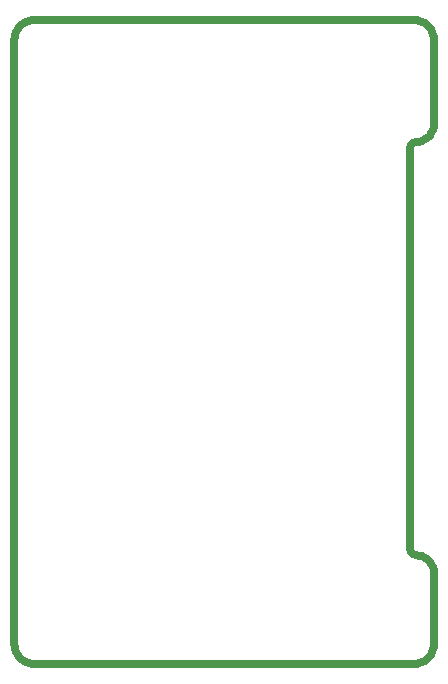
<source format=gbr>
G04*
G04 #@! TF.GenerationSoftware,Altium Limited,Altium Designer,24.1.2 (44)*
G04*
G04 Layer_Color=16711935*
%FSLAX44Y44*%
%MOMM*%
G71*
G04*
G04 #@! TF.SameCoordinates,1B47F422-010E-43AE-BF46-818BA779A623*
G04*
G04*
G04 #@! TF.FilePolarity,Positive*
G04*
G01*
G75*
%ADD53C,0.6440*%
D53*
X349968Y451758D02*
X349999Y451727D01*
X12000Y540000D02*
X9581Y539827D01*
X7211Y539311D01*
X4938Y538464D01*
X2809Y537301D01*
X867Y535848D01*
X-848Y534133D01*
X-2301Y532191D01*
X-3464Y530062D01*
X-4311Y527789D01*
X-4827Y525419D01*
X-5000Y523000D01*
X349988Y72599D02*
X349978Y72590D01*
X350000Y523000D02*
X349827Y525419D01*
X349312Y527789D01*
X348464Y530062D01*
X347302Y532191D01*
X345848Y534133D01*
X344133Y535848D01*
X342191Y537301D01*
X340062Y538464D01*
X337790Y539311D01*
X335420Y539827D01*
X333000Y540000D01*
Y-5000D02*
X335420Y-4827D01*
X337790Y-4311D01*
X340062Y-3464D01*
X342191Y-2301D01*
X344133Y-848D01*
X345848Y867D01*
X347302Y2809D01*
X348464Y4938D01*
X349312Y7211D01*
X349827Y9581D01*
X350000Y12000D01*
X330000Y92000D02*
X330670Y89500D01*
X332500Y87670D01*
X335000Y87000D01*
X-5000Y12000D02*
X-4827Y9581D01*
X-4311Y7211D01*
X-3464Y4938D01*
X-2301Y2809D01*
X-848Y867D01*
X867Y-848D01*
X2809Y-2301D01*
X4938Y-3464D01*
X7211Y-4311D01*
X9581Y-4827D01*
X12000Y-5000D01*
X334990Y437000D02*
X332495Y436326D01*
X330669Y434497D01*
X330001Y432000D01*
X350001Y524018D02*
X349968Y524051D01*
X335001Y437000D02*
X337606Y437228D01*
X340131Y437905D01*
X342501Y439010D01*
X344643Y440509D01*
X346492Y442358D01*
X347991Y444500D01*
X349096Y446870D01*
X349773Y449395D01*
X350001Y452000D01*
X349999Y523987D02*
X349968Y524018D01*
X350000Y72000D02*
X349772Y74605D01*
X349095Y77130D01*
X347990Y79500D01*
X346491Y81642D01*
X344642Y83491D01*
X342500Y84990D01*
X340130Y86095D01*
X337605Y86772D01*
X335000Y87000D01*
X-5000Y12000D02*
Y523000D01*
X330000Y92000D02*
Y431903D01*
X349978Y11135D02*
Y72590D01*
X349999Y451758D02*
Y523987D01*
X12000Y-5000D02*
X333000D01*
X12000Y540000D02*
X333000D01*
M02*

</source>
